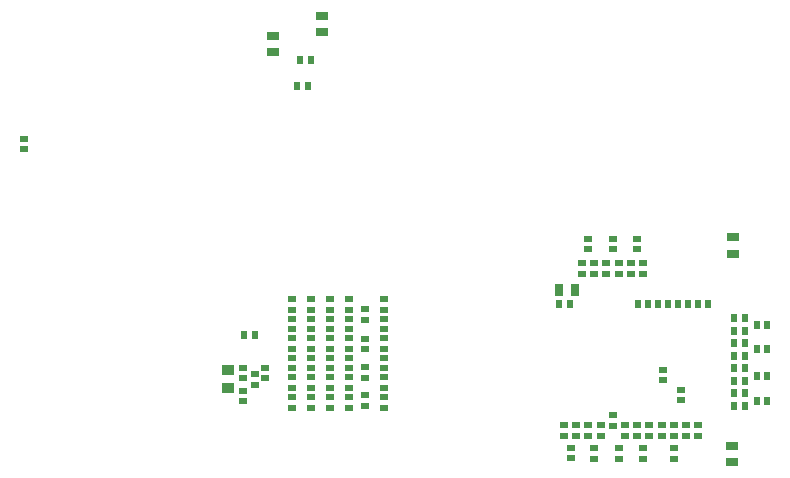
<source format=gbs>
G04 Layer_Color=16711935*
%FSLAX43Y43*%
%MOMM*%
G71*
G01*
G75*
%ADD43R,0.800X0.610*%
%ADD44R,0.610X0.800*%
%ADD45R,0.660X0.610*%
%ADD47R,0.740X0.990*%
%ADD48R,0.610X0.660*%
%ADD51R,0.990X0.740*%
%ADD56R,1.050X0.900*%
D43*
X52970Y70350D02*
D03*
Y69450D02*
D03*
X53990Y70350D02*
D03*
Y69450D02*
D03*
X55020Y70350D02*
D03*
Y69450D02*
D03*
X57080Y70350D02*
D03*
Y69450D02*
D03*
X58110Y70350D02*
D03*
Y69450D02*
D03*
X51450Y55710D02*
D03*
Y56610D02*
D03*
X52480Y55710D02*
D03*
Y56610D02*
D03*
X53500Y55710D02*
D03*
Y56610D02*
D03*
X54530Y55710D02*
D03*
Y56610D02*
D03*
X55570Y57470D02*
D03*
Y56570D02*
D03*
X56610Y55710D02*
D03*
Y56610D02*
D03*
X57640Y55710D02*
D03*
Y56610D02*
D03*
X58670Y55710D02*
D03*
Y56610D02*
D03*
X59700Y55710D02*
D03*
Y56610D02*
D03*
X60730Y55710D02*
D03*
Y56610D02*
D03*
X61760Y55710D02*
D03*
Y56610D02*
D03*
X62790Y55710D02*
D03*
Y56610D02*
D03*
X56050Y70350D02*
D03*
Y69450D02*
D03*
X59850Y61320D02*
D03*
Y60420D02*
D03*
X24275Y60575D02*
D03*
X24275Y61475D02*
D03*
Y59525D02*
D03*
Y58625D02*
D03*
X5675Y79975D02*
D03*
Y80875D02*
D03*
D44*
X66750Y58250D02*
D03*
X65850D02*
D03*
X66750Y59310D02*
D03*
X65850D02*
D03*
X66750Y60370D02*
D03*
X65850D02*
D03*
X66750Y61430D02*
D03*
X65850D02*
D03*
X66750Y62490D02*
D03*
X65850D02*
D03*
X66750Y63550D02*
D03*
X65850D02*
D03*
X66750Y64610D02*
D03*
X65850D02*
D03*
X66750Y65670D02*
D03*
X65850D02*
D03*
D45*
X53480Y72400D02*
D03*
Y71500D02*
D03*
X55550Y72400D02*
D03*
Y71500D02*
D03*
X57610Y72400D02*
D03*
Y71500D02*
D03*
X51990Y53800D02*
D03*
Y54700D02*
D03*
X54010Y53760D02*
D03*
Y54660D02*
D03*
X56090Y53760D02*
D03*
Y54660D02*
D03*
X58140Y53760D02*
D03*
Y54660D02*
D03*
X60730Y53770D02*
D03*
Y54670D02*
D03*
X61330Y58710D02*
D03*
Y59610D02*
D03*
X28400Y58070D02*
D03*
Y58970D02*
D03*
Y59760D02*
D03*
Y60660D02*
D03*
Y61420D02*
D03*
Y62320D02*
D03*
Y63970D02*
D03*
Y63070D02*
D03*
Y65620D02*
D03*
Y64720D02*
D03*
Y67290D02*
D03*
Y66390D02*
D03*
X30000Y58070D02*
D03*
Y58970D02*
D03*
Y59760D02*
D03*
Y60660D02*
D03*
Y61420D02*
D03*
Y62320D02*
D03*
Y63070D02*
D03*
Y63970D02*
D03*
Y64720D02*
D03*
Y65620D02*
D03*
Y66390D02*
D03*
Y67290D02*
D03*
X31600Y58070D02*
D03*
Y58970D02*
D03*
Y59760D02*
D03*
Y60660D02*
D03*
Y61420D02*
D03*
Y62320D02*
D03*
Y63070D02*
D03*
Y63970D02*
D03*
Y64720D02*
D03*
Y65620D02*
D03*
Y66390D02*
D03*
Y67290D02*
D03*
X33200Y58070D02*
D03*
Y58970D02*
D03*
Y59760D02*
D03*
Y60660D02*
D03*
Y61420D02*
D03*
Y62320D02*
D03*
Y63070D02*
D03*
Y63970D02*
D03*
Y64720D02*
D03*
Y65620D02*
D03*
Y66390D02*
D03*
Y67290D02*
D03*
X34600Y58250D02*
D03*
Y59150D02*
D03*
Y61550D02*
D03*
Y60650D02*
D03*
Y63050D02*
D03*
Y63950D02*
D03*
Y65550D02*
D03*
Y66450D02*
D03*
X36220Y58070D02*
D03*
Y58970D02*
D03*
Y59760D02*
D03*
Y60660D02*
D03*
Y61420D02*
D03*
Y62320D02*
D03*
Y63070D02*
D03*
Y63970D02*
D03*
Y64720D02*
D03*
Y65620D02*
D03*
Y66390D02*
D03*
Y67290D02*
D03*
X25250Y60025D02*
D03*
X25250Y60925D02*
D03*
X26100Y60600D02*
D03*
X26100Y61500D02*
D03*
D47*
X52390Y68090D02*
D03*
X50990D02*
D03*
D48*
X58570Y66860D02*
D03*
X57670D02*
D03*
X60270D02*
D03*
X59370D02*
D03*
X61060D02*
D03*
X61960D02*
D03*
X62740D02*
D03*
X63640D02*
D03*
X68660Y58690D02*
D03*
X67760D02*
D03*
X68660Y60810D02*
D03*
X67760D02*
D03*
X68660Y63060D02*
D03*
X67760D02*
D03*
X68660Y65080D02*
D03*
X67760D02*
D03*
X51050Y66910D02*
D03*
X51950D02*
D03*
X30000Y87550D02*
D03*
X29100D02*
D03*
X28825Y85350D02*
D03*
X29725D02*
D03*
X24375Y64225D02*
D03*
X25275D02*
D03*
D51*
X65710Y71150D02*
D03*
Y72550D02*
D03*
X65690Y54880D02*
D03*
Y53480D02*
D03*
X26800Y89575D02*
D03*
Y88175D02*
D03*
X30925Y89900D02*
D03*
Y91300D02*
D03*
D56*
X23000Y59725D02*
D03*
Y61325D02*
D03*
M02*

</source>
